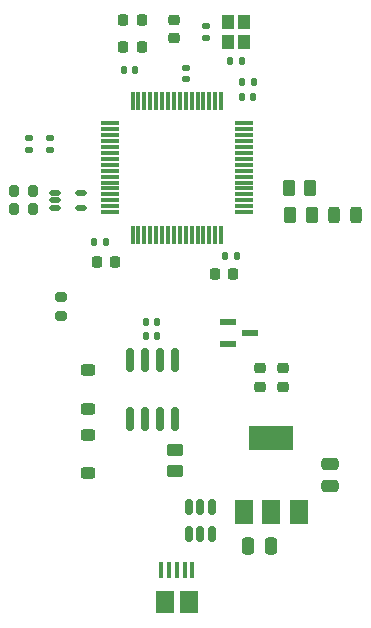
<source format=gtp>
G04 #@! TF.GenerationSoftware,KiCad,Pcbnew,9.0.0*
G04 #@! TF.CreationDate,2025-04-17T11:48:43-07:00*
G04 #@! TF.ProjectId,Telemetry_STM32_V3,54656c65-6d65-4747-9279-5f53544d3332,rev?*
G04 #@! TF.SameCoordinates,Original*
G04 #@! TF.FileFunction,Paste,Top*
G04 #@! TF.FilePolarity,Positive*
%FSLAX46Y46*%
G04 Gerber Fmt 4.6, Leading zero omitted, Abs format (unit mm)*
G04 Created by KiCad (PCBNEW 9.0.0) date 2025-04-17 11:48:43*
%MOMM*%
%LPD*%
G01*
G04 APERTURE LIST*
G04 Aperture macros list*
%AMRoundRect*
0 Rectangle with rounded corners*
0 $1 Rounding radius*
0 $2 $3 $4 $5 $6 $7 $8 $9 X,Y pos of 4 corners*
0 Add a 4 corners polygon primitive as box body*
4,1,4,$2,$3,$4,$5,$6,$7,$8,$9,$2,$3,0*
0 Add four circle primitives for the rounded corners*
1,1,$1+$1,$2,$3*
1,1,$1+$1,$4,$5*
1,1,$1+$1,$6,$7*
1,1,$1+$1,$8,$9*
0 Add four rect primitives between the rounded corners*
20,1,$1+$1,$2,$3,$4,$5,0*
20,1,$1+$1,$4,$5,$6,$7,0*
20,1,$1+$1,$6,$7,$8,$9,0*
20,1,$1+$1,$8,$9,$2,$3,0*%
G04 Aperture macros list end*
%ADD10RoundRect,0.250000X0.262500X0.450000X-0.262500X0.450000X-0.262500X-0.450000X0.262500X-0.450000X0*%
%ADD11RoundRect,0.250000X-0.250000X-0.475000X0.250000X-0.475000X0.250000X0.475000X-0.250000X0.475000X0*%
%ADD12RoundRect,0.112500X-0.362500X-0.112500X0.362500X-0.112500X0.362500X0.112500X-0.362500X0.112500X0*%
%ADD13RoundRect,0.140000X0.140000X0.170000X-0.140000X0.170000X-0.140000X-0.170000X0.140000X-0.170000X0*%
%ADD14R,1.500000X2.000000*%
%ADD15R,3.800000X2.000000*%
%ADD16RoundRect,0.250000X-0.450000X0.262500X-0.450000X-0.262500X0.450000X-0.262500X0.450000X0.262500X0*%
%ADD17RoundRect,0.075000X-0.075000X0.700000X-0.075000X-0.700000X0.075000X-0.700000X0.075000X0.700000X0*%
%ADD18RoundRect,0.075000X-0.700000X0.075000X-0.700000X-0.075000X0.700000X-0.075000X0.700000X0.075000X0*%
%ADD19RoundRect,0.245000X0.380000X-0.245000X0.380000X0.245000X-0.380000X0.245000X-0.380000X-0.245000X0*%
%ADD20RoundRect,0.200000X-0.275000X0.200000X-0.275000X-0.200000X0.275000X-0.200000X0.275000X0.200000X0*%
%ADD21RoundRect,0.150000X0.150000X-0.512500X0.150000X0.512500X-0.150000X0.512500X-0.150000X-0.512500X0*%
%ADD22RoundRect,0.140000X-0.170000X0.140000X-0.170000X-0.140000X0.170000X-0.140000X0.170000X0.140000X0*%
%ADD23RoundRect,0.140000X-0.140000X-0.170000X0.140000X-0.170000X0.140000X0.170000X-0.140000X0.170000X0*%
%ADD24RoundRect,0.139700X-0.571500X0.139700X-0.571500X-0.139700X0.571500X-0.139700X0.571500X0.139700X0*%
%ADD25R,0.400000X1.350000*%
%ADD26R,1.500000X1.900000*%
%ADD27RoundRect,0.245000X-0.380000X0.245000X-0.380000X-0.245000X0.380000X-0.245000X0.380000X0.245000X0*%
%ADD28RoundRect,0.200000X0.200000X0.275000X-0.200000X0.275000X-0.200000X-0.275000X0.200000X-0.275000X0*%
%ADD29R,1.000000X1.150000*%
%ADD30RoundRect,0.150000X-0.150000X0.825000X-0.150000X-0.825000X0.150000X-0.825000X0.150000X0.825000X0*%
%ADD31RoundRect,0.243750X0.243750X0.456250X-0.243750X0.456250X-0.243750X-0.456250X0.243750X-0.456250X0*%
%ADD32RoundRect,0.225000X0.250000X-0.225000X0.250000X0.225000X-0.250000X0.225000X-0.250000X-0.225000X0*%
%ADD33RoundRect,0.218750X-0.218750X-0.256250X0.218750X-0.256250X0.218750X0.256250X-0.218750X0.256250X0*%
%ADD34RoundRect,0.225000X0.225000X0.250000X-0.225000X0.250000X-0.225000X-0.250000X0.225000X-0.250000X0*%
%ADD35RoundRect,0.225000X-0.250000X0.225000X-0.250000X-0.225000X0.250000X-0.225000X0.250000X0.225000X0*%
%ADD36RoundRect,0.250000X0.475000X-0.250000X0.475000X0.250000X-0.475000X0.250000X-0.475000X-0.250000X0*%
G04 APERTURE END LIST*
D10*
X161312500Y-101725000D03*
X159487500Y-101725000D03*
D11*
X156050000Y-132000000D03*
X157950000Y-132000000D03*
D12*
X139650000Y-102100000D03*
X139650000Y-102750000D03*
X139650000Y-103400000D03*
X141850000Y-103400000D03*
X141850000Y-102100000D03*
D13*
X155500000Y-91000000D03*
X154540000Y-91000000D03*
D14*
X155700000Y-129150000D03*
X158000000Y-129150000D03*
D15*
X158000000Y-122850000D03*
D14*
X160300000Y-129150000D03*
D16*
X149875000Y-123862500D03*
X149875000Y-125687500D03*
D17*
X153750000Y-94325000D03*
X153250000Y-94325000D03*
X152750000Y-94325000D03*
X152250000Y-94325000D03*
X151750000Y-94325000D03*
X151250000Y-94325000D03*
X150750000Y-94325000D03*
X150250000Y-94325000D03*
X149750000Y-94325000D03*
X149250000Y-94325000D03*
X148750000Y-94325000D03*
X148250000Y-94325000D03*
X147750000Y-94325000D03*
X147250000Y-94325000D03*
X146750000Y-94325000D03*
X146250000Y-94325000D03*
D18*
X144325000Y-96250000D03*
X144325000Y-96750000D03*
X144325000Y-97250000D03*
X144325000Y-97750000D03*
X144325000Y-98250000D03*
X144325000Y-98750000D03*
X144325000Y-99250000D03*
X144325000Y-99750000D03*
X144325000Y-100250000D03*
X144325000Y-100750000D03*
X144325000Y-101250000D03*
X144325000Y-101750000D03*
X144325000Y-102250000D03*
X144325000Y-102750000D03*
X144325000Y-103250000D03*
X144325000Y-103750000D03*
D17*
X146250000Y-105675000D03*
X146750000Y-105675000D03*
X147250000Y-105675000D03*
X147750000Y-105675000D03*
X148250000Y-105675000D03*
X148750000Y-105675000D03*
X149250000Y-105675000D03*
X149750000Y-105675000D03*
X150250000Y-105675000D03*
X150750000Y-105675000D03*
X151250000Y-105675000D03*
X151750000Y-105675000D03*
X152250000Y-105675000D03*
X152750000Y-105675000D03*
X153250000Y-105675000D03*
X153750000Y-105675000D03*
D18*
X155675000Y-103750000D03*
X155675000Y-103250000D03*
X155675000Y-102750000D03*
X155675000Y-102250000D03*
X155675000Y-101750000D03*
X155675000Y-101250000D03*
X155675000Y-100750000D03*
X155675000Y-100250000D03*
X155675000Y-99750000D03*
X155675000Y-99250000D03*
X155675000Y-98750000D03*
X155675000Y-98250000D03*
X155675000Y-97750000D03*
X155675000Y-97250000D03*
X155675000Y-96750000D03*
X155675000Y-96250000D03*
D19*
X142475000Y-125885000D03*
X142475000Y-122665000D03*
D20*
X140200000Y-110925000D03*
X140200000Y-112575000D03*
D21*
X151050000Y-131000000D03*
X152000000Y-131000000D03*
X152950000Y-131000000D03*
X152950000Y-128725000D03*
X152000000Y-128725000D03*
X151050000Y-128725000D03*
D22*
X139250000Y-97520000D03*
X139250000Y-98480000D03*
X137500000Y-97520000D03*
X137500000Y-98480000D03*
X152500000Y-88020000D03*
X152500000Y-88980000D03*
D13*
X146480000Y-91750000D03*
X145520000Y-91750000D03*
D23*
X143020000Y-106250000D03*
X143980000Y-106250000D03*
X155520000Y-94000000D03*
X156480000Y-94000000D03*
D13*
X148330000Y-114237500D03*
X147370000Y-114237500D03*
X148330000Y-113087500D03*
X147370000Y-113087500D03*
D10*
X161412500Y-104000000D03*
X159587500Y-104000000D03*
D24*
X154310200Y-113049999D03*
X154310200Y-114950001D03*
X156189800Y-114000000D03*
D13*
X155055000Y-107500000D03*
X154095000Y-107500000D03*
D23*
X155540000Y-92750000D03*
X156500000Y-92750000D03*
D25*
X148700000Y-134050000D03*
X149350000Y-134050000D03*
X150000000Y-134050000D03*
X150650000Y-134050000D03*
X151300000Y-134050000D03*
D26*
X149000000Y-136750000D03*
X151000000Y-136750000D03*
D27*
X142475000Y-117165000D03*
X142475000Y-120385000D03*
D28*
X137825000Y-103500000D03*
X136175000Y-103500000D03*
D29*
X155700000Y-89375000D03*
X155700000Y-87625000D03*
X154300000Y-87625000D03*
X154300000Y-89375000D03*
D30*
X149880000Y-116300000D03*
X148610000Y-116300000D03*
X147340000Y-116300000D03*
X146070000Y-116300000D03*
X146070000Y-121250000D03*
X147340000Y-121250000D03*
X148610000Y-121250000D03*
X149880000Y-121250000D03*
D28*
X137825000Y-102000000D03*
X136175000Y-102000000D03*
D31*
X165187500Y-104000000D03*
X163312500Y-104000000D03*
D32*
X149750000Y-89025000D03*
X149750000Y-87475000D03*
D33*
X145462500Y-87500000D03*
X147037500Y-87500000D03*
D34*
X144775000Y-108000000D03*
X143225000Y-108000000D03*
D22*
X150750000Y-91520000D03*
X150750000Y-92480000D03*
D35*
X159000000Y-116975000D03*
X159000000Y-118525000D03*
D36*
X163000000Y-126950000D03*
X163000000Y-125050000D03*
D35*
X157000000Y-116975000D03*
X157000000Y-118525000D03*
D34*
X147025000Y-89750000D03*
X145475000Y-89750000D03*
X154775000Y-109000000D03*
X153225000Y-109000000D03*
M02*

</source>
